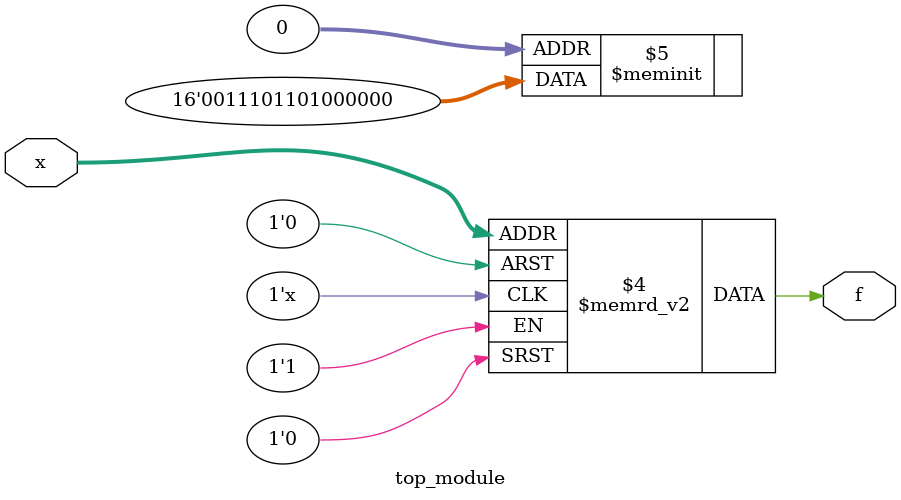
<source format=sv>
module top_module (
	input [4:1] x,
	output logic f
);

    always_comb begin
        case (x)
            4'b0000: f = 1'b0; // don't-care treated as 0
            4'b0001: f = 1'b0;
            4'b0010: f = 1'b0; // don't-care treated as 0
            4'b0011: f = 1'b0; // don't-care treated as 0
            4'b0100: f = 1'b0;
            4'b0101: f = 1'b0; // don't-care treated as 0
            4'b0110: f = 1'b1;
            4'b0111: f = 1'b0;
            4'b1000: f = 1'b1;
            4'b1001: f = 1'b1;
            4'b1010: f = 1'b0;
            4'b1011: f = 1'b1; // don't-care treated as 1
            4'b1100: f = 1'b1; // don't-care treated as 1
            4'b1101: f = 1'b1; // don't-care treated as 1
            4'b1110: f = 1'b0; // don't-care treated as 0
            4'b1111: f = 1'b0; // don't-care treated as 0
            default: f = 1'b0; // default to 0 for safety
        endcase
    end

endmodule

</source>
